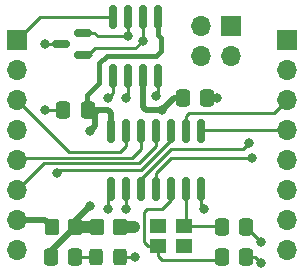
<source format=gtl>
G04 #@! TF.GenerationSoftware,KiCad,Pcbnew,7.0.1*
G04 #@! TF.CreationDate,2023-10-25T21:17:38+02:00*
G04 #@! TF.ProjectId,canfd_breakout,63616e66-645f-4627-9265-616b6f75742e,rev?*
G04 #@! TF.SameCoordinates,Original*
G04 #@! TF.FileFunction,Copper,L1,Top*
G04 #@! TF.FilePolarity,Positive*
%FSLAX46Y46*%
G04 Gerber Fmt 4.6, Leading zero omitted, Abs format (unit mm)*
G04 Created by KiCad (PCBNEW 7.0.1) date 2023-10-25 21:17:38*
%MOMM*%
%LPD*%
G01*
G04 APERTURE LIST*
G04 Aperture macros list*
%AMRoundRect*
0 Rectangle with rounded corners*
0 $1 Rounding radius*
0 $2 $3 $4 $5 $6 $7 $8 $9 X,Y pos of 4 corners*
0 Add a 4 corners polygon primitive as box body*
4,1,4,$2,$3,$4,$5,$6,$7,$8,$9,$2,$3,0*
0 Add four circle primitives for the rounded corners*
1,1,$1+$1,$2,$3*
1,1,$1+$1,$4,$5*
1,1,$1+$1,$6,$7*
1,1,$1+$1,$8,$9*
0 Add four rect primitives between the rounded corners*
20,1,$1+$1,$2,$3,$4,$5,0*
20,1,$1+$1,$4,$5,$6,$7,0*
20,1,$1+$1,$6,$7,$8,$9,0*
20,1,$1+$1,$8,$9,$2,$3,0*%
G04 Aperture macros list end*
G04 #@! TA.AperFunction,SMDPad,CuDef*
%ADD10RoundRect,0.250000X-0.337500X-0.475000X0.337500X-0.475000X0.337500X0.475000X-0.337500X0.475000X0*%
G04 #@! TD*
G04 #@! TA.AperFunction,SMDPad,CuDef*
%ADD11RoundRect,0.250000X0.325000X0.450000X-0.325000X0.450000X-0.325000X-0.450000X0.325000X-0.450000X0*%
G04 #@! TD*
G04 #@! TA.AperFunction,SMDPad,CuDef*
%ADD12RoundRect,0.250000X0.350000X0.450000X-0.350000X0.450000X-0.350000X-0.450000X0.350000X-0.450000X0*%
G04 #@! TD*
G04 #@! TA.AperFunction,SMDPad,CuDef*
%ADD13RoundRect,0.250000X-0.350000X-0.450000X0.350000X-0.450000X0.350000X0.450000X-0.350000X0.450000X0*%
G04 #@! TD*
G04 #@! TA.AperFunction,SMDPad,CuDef*
%ADD14RoundRect,0.250000X0.337500X0.475000X-0.337500X0.475000X-0.337500X-0.475000X0.337500X-0.475000X0*%
G04 #@! TD*
G04 #@! TA.AperFunction,ComponentPad*
%ADD15R,1.700000X1.700000*%
G04 #@! TD*
G04 #@! TA.AperFunction,ComponentPad*
%ADD16O,1.700000X1.700000*%
G04 #@! TD*
G04 #@! TA.AperFunction,SMDPad,CuDef*
%ADD17R,1.400000X1.200000*%
G04 #@! TD*
G04 #@! TA.AperFunction,SMDPad,CuDef*
%ADD18RoundRect,0.150000X0.150000X-0.825000X0.150000X0.825000X-0.150000X0.825000X-0.150000X-0.825000X0*%
G04 #@! TD*
G04 #@! TA.AperFunction,SMDPad,CuDef*
%ADD19RoundRect,0.150000X0.587500X0.150000X-0.587500X0.150000X-0.587500X-0.150000X0.587500X-0.150000X0*%
G04 #@! TD*
G04 #@! TA.AperFunction,ViaPad*
%ADD20C,0.800000*%
G04 #@! TD*
G04 #@! TA.AperFunction,Conductor*
%ADD21C,0.250000*%
G04 #@! TD*
G04 #@! TA.AperFunction,Conductor*
%ADD22C,0.500000*%
G04 #@! TD*
G04 #@! TA.AperFunction,Conductor*
%ADD23C,0.400000*%
G04 #@! TD*
G04 #@! TA.AperFunction,Conductor*
%ADD24C,1.000000*%
G04 #@! TD*
G04 APERTURE END LIST*
D10*
X102827000Y-118364000D03*
X104902000Y-118364000D03*
D11*
X108730000Y-118364000D03*
X106680000Y-118364000D03*
D12*
X108712000Y-115824000D03*
X106712000Y-115824000D03*
D13*
X102902000Y-115824000D03*
X104902000Y-115824000D03*
D10*
X117305000Y-115824000D03*
X119380000Y-115824000D03*
X117305000Y-118364000D03*
X119380000Y-118364000D03*
X114024500Y-104902000D03*
X116099500Y-104902000D03*
D14*
X105961000Y-105918000D03*
X103886000Y-105918000D03*
D15*
X122860000Y-100000000D03*
D16*
X122860000Y-102540000D03*
X122860000Y-105080000D03*
X122860000Y-107620000D03*
X122860000Y-110160000D03*
X122860000Y-112700000D03*
X122860000Y-115240000D03*
X122860000Y-117780000D03*
D15*
X100000000Y-100000000D03*
D16*
X100000000Y-102540000D03*
X100000000Y-105080000D03*
X100000000Y-107620000D03*
X100000000Y-110160000D03*
X100000000Y-112700000D03*
X100000000Y-115240000D03*
X100000000Y-117780000D03*
D17*
X111930000Y-117436000D03*
X114130000Y-117436000D03*
X114130000Y-115736000D03*
X111930000Y-115736000D03*
D16*
X115570000Y-101346000D03*
X115570000Y-98806000D03*
X118110000Y-101346000D03*
D15*
X118110000Y-98806000D03*
D18*
X108077000Y-103059000D03*
X109347000Y-103059000D03*
X110617000Y-103059000D03*
X111887000Y-103059000D03*
X111887000Y-98109000D03*
X110617000Y-98109000D03*
X109347000Y-98109000D03*
X108077000Y-98109000D03*
D19*
X103710500Y-100330000D03*
X105585500Y-99380000D03*
X105585500Y-101280000D03*
D18*
X107950000Y-107696000D03*
X109220000Y-107696000D03*
X110490000Y-107696000D03*
X111760000Y-107696000D03*
X113030000Y-107696000D03*
X114300000Y-107696000D03*
X115570000Y-107696000D03*
X115570000Y-112646000D03*
X114300000Y-112646000D03*
X113030000Y-112646000D03*
X111760000Y-112646000D03*
X110490000Y-112646000D03*
X109220000Y-112646000D03*
X107950000Y-112646000D03*
D20*
X109347000Y-99695000D03*
X111760000Y-104775000D03*
X119634000Y-108712000D03*
X106172000Y-107696000D03*
X110617000Y-100076000D03*
X109855000Y-115824000D03*
X109220000Y-104902000D03*
X116877500Y-104902000D03*
X119888000Y-109982000D03*
X103378000Y-111252000D03*
X120650000Y-118872000D03*
X120650000Y-117094000D03*
X115824000Y-114300000D03*
X109982000Y-118364000D03*
X102362000Y-105918000D03*
X102362000Y-100330000D03*
X106172000Y-114046000D03*
X112268000Y-105918000D03*
X109220000Y-114300000D03*
X107696000Y-114300000D03*
X107696000Y-104902000D03*
D21*
X120650000Y-117094000D02*
X119380000Y-115824000D01*
D22*
X106553000Y-107315000D02*
X106172000Y-107696000D01*
X106553000Y-106172000D02*
X106553000Y-107315000D01*
X106807000Y-105918000D02*
X106553000Y-106172000D01*
D21*
X103632000Y-110998000D02*
X103378000Y-111252000D01*
X110490698Y-110998000D02*
X103632000Y-110998000D01*
X113030000Y-108458698D02*
X110490698Y-110998000D01*
X113030000Y-107696000D02*
X113030000Y-108458698D01*
X102268000Y-110432000D02*
X100000000Y-112700000D01*
X110294000Y-110432000D02*
X102268000Y-110432000D01*
X111760000Y-108966000D02*
X110294000Y-110432000D01*
X111760000Y-107696000D02*
X111760000Y-108966000D01*
X105984000Y-101280000D02*
X105585500Y-101280000D01*
X106553000Y-100711000D02*
X105984000Y-101280000D01*
X109982000Y-100711000D02*
X106553000Y-100711000D01*
X110617000Y-100076000D02*
X109982000Y-100711000D01*
X110617000Y-100076000D02*
X110617000Y-98109000D01*
X106492000Y-99380000D02*
X106807000Y-99695000D01*
X106807000Y-99695000D02*
X109347000Y-99695000D01*
X105585500Y-99380000D02*
X106492000Y-99380000D01*
X109347000Y-98109000D02*
X109347000Y-99695000D01*
X111887000Y-104648000D02*
X111760000Y-104775000D01*
X111887000Y-103059000D02*
X111887000Y-104648000D01*
D22*
X110871000Y-105918000D02*
X112268000Y-105918000D01*
X110617000Y-105664000D02*
X110871000Y-105918000D01*
X110617000Y-103059000D02*
X110617000Y-105664000D01*
D21*
X113030000Y-109982000D02*
X111760000Y-111252000D01*
X111760000Y-111252000D02*
X111760000Y-112646000D01*
X119888000Y-109982000D02*
X113030000Y-109982000D01*
X115646000Y-107620000D02*
X122860000Y-107620000D01*
X115570000Y-107696000D02*
X115646000Y-107620000D01*
X119126000Y-109220000D02*
X119634000Y-108712000D01*
X113032792Y-109220000D02*
X119126000Y-109220000D01*
X110999396Y-111253396D02*
X113032792Y-109220000D01*
X110490000Y-111762792D02*
X110999396Y-111253396D01*
X110490000Y-112646000D02*
X110490000Y-111762792D01*
X101891000Y-98109000D02*
X100000000Y-100000000D01*
X108077000Y-98109000D02*
X101891000Y-98109000D01*
D23*
X105918000Y-105875000D02*
X105961000Y-105918000D01*
X105918000Y-104648000D02*
X105918000Y-105875000D01*
X106934000Y-103632000D02*
X105918000Y-104648000D01*
X106934000Y-101981000D02*
X106934000Y-103632000D01*
X107569000Y-101346000D02*
X106934000Y-101981000D01*
X111760000Y-101346000D02*
X107569000Y-101346000D01*
X112141000Y-99822000D02*
X112141000Y-100965000D01*
X112141000Y-100965000D02*
X111760000Y-101346000D01*
X111887000Y-99568000D02*
X112141000Y-99822000D01*
X111887000Y-98109000D02*
X111887000Y-99568000D01*
D22*
X107696000Y-105918000D02*
X106807000Y-105918000D01*
X107950000Y-106172000D02*
X107696000Y-105918000D01*
X107950000Y-107696000D02*
X107950000Y-106172000D01*
X105961000Y-105918000D02*
X106807000Y-105918000D01*
D21*
X105585500Y-101280000D02*
X106238000Y-101280000D01*
X110744000Y-114554000D02*
X110744000Y-117094000D01*
D24*
X109855000Y-115824000D02*
X108712000Y-115824000D01*
D21*
X111086000Y-117436000D02*
X111930000Y-117436000D01*
X110744000Y-117094000D02*
X111086000Y-117436000D01*
X110998000Y-114300000D02*
X110744000Y-114554000D01*
X113030000Y-113538000D02*
X112268000Y-114300000D01*
X112268000Y-114300000D02*
X110998000Y-114300000D01*
X113030000Y-112646000D02*
X113030000Y-113538000D01*
X109347000Y-104775000D02*
X109220000Y-104902000D01*
X109347000Y-103059000D02*
X109347000Y-104775000D01*
X116099500Y-104902000D02*
X116877500Y-104902000D01*
X120142000Y-118364000D02*
X120650000Y-118872000D01*
X119380000Y-118364000D02*
X120142000Y-118364000D01*
X115570000Y-114046000D02*
X115824000Y-114300000D01*
X115570000Y-112646000D02*
X115570000Y-114046000D01*
X108730000Y-118364000D02*
X109982000Y-118364000D01*
X103886000Y-105918000D02*
X102362000Y-105918000D01*
X103710500Y-100330000D02*
X102362000Y-100330000D01*
D22*
X104902000Y-115316000D02*
X106172000Y-114046000D01*
D21*
X104902000Y-115824000D02*
X104902000Y-115316000D01*
D22*
X113284000Y-104902000D02*
X112268000Y-105918000D01*
X114024500Y-104902000D02*
X113284000Y-104902000D01*
D21*
X109220000Y-114300000D02*
X109220000Y-112646000D01*
X107696000Y-112900000D02*
X107950000Y-112646000D01*
X107696000Y-114300000D02*
X107696000Y-112900000D01*
X108077000Y-103059000D02*
X108077000Y-104521000D01*
X108077000Y-104521000D02*
X107696000Y-104902000D01*
X114300000Y-115566000D02*
X114130000Y-115736000D01*
X114300000Y-112646000D02*
X114300000Y-115566000D01*
X117217000Y-115736000D02*
X114130000Y-115736000D01*
X117305000Y-115824000D02*
X117217000Y-115736000D01*
X111930000Y-118280000D02*
X111930000Y-117436000D01*
X112268000Y-118618000D02*
X111930000Y-118280000D01*
X117051000Y-118618000D02*
X112268000Y-118618000D01*
X117305000Y-118364000D02*
X117051000Y-118618000D01*
X104902000Y-118364000D02*
X106680000Y-118364000D01*
D22*
X102827000Y-117899000D02*
X104902000Y-115824000D01*
D21*
X102827000Y-118364000D02*
X102827000Y-117899000D01*
D24*
X106712000Y-115824000D02*
X104902000Y-115824000D01*
D22*
X102318000Y-115240000D02*
X102902000Y-115824000D01*
X100000000Y-115240000D02*
X102318000Y-115240000D01*
D21*
X121768000Y-106172000D02*
X122860000Y-105080000D01*
X114300000Y-106426000D02*
X114554000Y-106172000D01*
X114300000Y-107696000D02*
X114300000Y-106426000D01*
X114554000Y-106172000D02*
X121768000Y-106172000D01*
X109728000Y-109982000D02*
X100178000Y-109982000D01*
X100178000Y-109982000D02*
X100000000Y-110160000D01*
X110490000Y-109220000D02*
X109728000Y-109982000D01*
X110490000Y-107696000D02*
X110490000Y-109220000D01*
X104394000Y-109474000D02*
X100000000Y-105080000D01*
X108712000Y-109474000D02*
X104394000Y-109474000D01*
X109220000Y-108966000D02*
X108712000Y-109474000D01*
X109220000Y-107696000D02*
X109220000Y-108966000D01*
M02*

</source>
